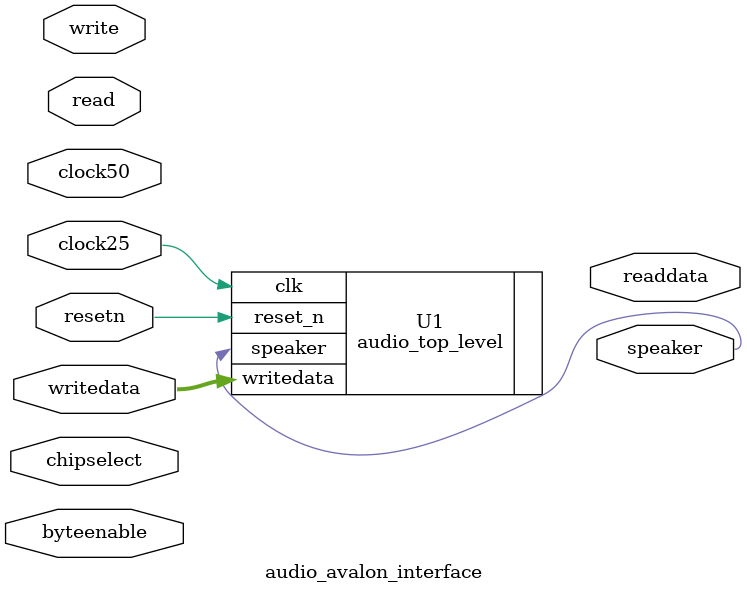
<source format=v>
module audio_avalon_interface (clock25, clock50, resetn, writedata, readdata, write, read,
	byteenable, chipselect, speaker);
	
	// signals for connecting to the Avalon fabric
	input clock25, clock50, resetn, read, write, chipselect;
	input [3:0] byteenable;
	input [31:0] writedata;
	output [31:0] readdata;
	
	// signal for exporting register contents outside of the embedded system
	output speaker;
	
	audio_top_level U1 ( .clk(clock25), .writedata(writedata), .reset_n(resetn), .speaker(speaker));
	
endmodule

</source>
